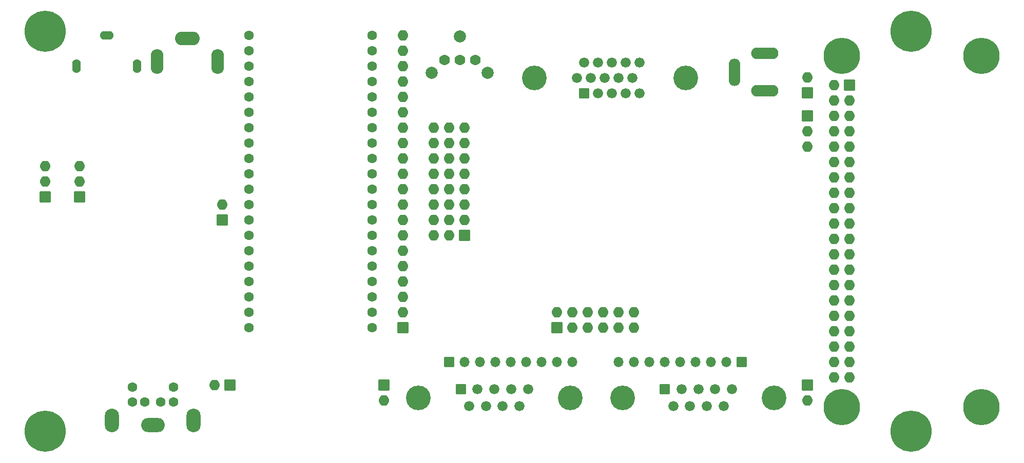
<source format=gbs>
G04 #@! TF.GenerationSoftware,KiCad,Pcbnew,6.0.10-86aedd382b~118~ubuntu18.04.1*
G04 #@! TF.CreationDate,2025-05-01T16:39:22+01:00*
G04 #@! TF.ProjectId,tangnano20k_dock,74616e67-6e61-46e6-9f32-306b5f646f63,rev?*
G04 #@! TF.SameCoordinates,Original*
G04 #@! TF.FileFunction,Soldermask,Bot*
G04 #@! TF.FilePolarity,Negative*
%FSLAX46Y46*%
G04 Gerber Fmt 4.6, Leading zero omitted, Abs format (unit mm)*
G04 Created by KiCad (PCBNEW 6.0.10-86aedd382b~118~ubuntu18.04.1) date 2025-05-01 16:39:22*
%MOMM*%
%LPD*%
G01*
G04 APERTURE LIST*
G04 Aperture macros list*
%AMRoundRect*
0 Rectangle with rounded corners*
0 $1 Rounding radius*
0 $2 $3 $4 $5 $6 $7 $8 $9 X,Y pos of 4 corners*
0 Add a 4 corners polygon primitive as box body*
4,1,4,$2,$3,$4,$5,$6,$7,$8,$9,$2,$3,0*
0 Add four circle primitives for the rounded corners*
1,1,$1+$1,$2,$3*
1,1,$1+$1,$4,$5*
1,1,$1+$1,$6,$7*
1,1,$1+$1,$8,$9*
0 Add four rect primitives between the rounded corners*
20,1,$1+$1,$2,$3,$4,$5,0*
20,1,$1+$1,$4,$5,$6,$7,0*
20,1,$1+$1,$6,$7,$8,$9,0*
20,1,$1+$1,$8,$9,$2,$3,0*%
G04 Aperture macros list end*
%ADD10O,1.426000X2.276000*%
%ADD11O,2.276000X1.426000*%
%ADD12RoundRect,0.038000X-0.850000X-0.850000X0.850000X-0.850000X0.850000X0.850000X-0.850000X0.850000X0*%
%ADD13O,1.776000X1.776000*%
%ADD14RoundRect,0.038000X0.850000X0.850000X-0.850000X0.850000X-0.850000X-0.850000X0.850000X-0.850000X0*%
%ADD15C,4.076000*%
%ADD16RoundRect,0.038000X-0.800000X-0.800000X0.800000X-0.800000X0.800000X0.800000X-0.800000X0.800000X0*%
%ADD17C,1.676000*%
%ADD18C,2.000000*%
%ADD19C,1.776000*%
%ADD20C,6.800000*%
%ADD21C,6.000000*%
%ADD22RoundRect,0.952000X1.300000X0.000000X-1.300000X0.000000X-1.300000X0.000000X1.300000X0.000000X0*%
%ADD23RoundRect,0.952000X0.000000X1.300000X0.000000X-1.300000X0.000000X-1.300000X0.000000X1.300000X0*%
%ADD24RoundRect,0.952000X-1.300000X0.000000X1.300000X0.000000X1.300000X0.000000X-1.300000X0.000000X0*%
%ADD25O,1.676000X1.676000*%
%ADD26RoundRect,0.038000X-0.850000X0.850000X-0.850000X-0.850000X0.850000X-0.850000X0.850000X0.850000X0*%
%ADD27RoundRect,0.038000X0.850000X-0.850000X0.850000X0.850000X-0.850000X0.850000X-0.850000X-0.850000X0*%
%ADD28C,1.600000*%
%ADD29RoundRect,0.038000X0.800000X0.800000X-0.800000X0.800000X-0.800000X-0.800000X0.800000X-0.800000X0*%
%ADD30O,2.076000X4.076000*%
%ADD31O,4.076000X2.276000*%
%ADD32O,2.362000X3.900000*%
%ADD33O,3.900000X2.362000*%
G04 APERTURE END LIST*
D10*
X91995000Y-59025000D03*
D11*
X86995000Y-54025000D03*
D10*
X81995000Y-59025000D03*
D12*
X132715000Y-111755000D03*
D13*
X132715000Y-114295000D03*
D14*
X82550000Y-80640000D03*
D13*
X82550000Y-78100000D03*
X82550000Y-75560000D03*
D15*
X197110000Y-113815000D03*
X172110000Y-113815000D03*
D16*
X179070000Y-112395000D03*
D17*
X181840000Y-112395000D03*
X184610000Y-112395000D03*
X187380000Y-112395000D03*
X190150000Y-112395000D03*
X180455000Y-115235000D03*
X183225000Y-115235000D03*
X185995000Y-115235000D03*
X188765000Y-115235000D03*
D12*
X202565000Y-111755000D03*
D13*
X202565000Y-114295000D03*
D18*
X140660000Y-60125000D03*
X149860000Y-60125000D03*
X145260000Y-54125000D03*
D19*
X142720000Y-58025000D03*
X145260000Y-58025000D03*
X147800000Y-58025000D03*
D20*
X219710000Y-119375000D03*
D21*
X231280000Y-115355000D03*
X208280000Y-57355000D03*
X208280000Y-115355000D03*
X231280000Y-57355000D03*
D12*
X209550000Y-62225000D03*
D13*
X207010000Y-62225000D03*
X209550000Y-64765000D03*
X207010000Y-64765000D03*
X209550000Y-67305000D03*
X207010000Y-67305000D03*
X209550000Y-69845000D03*
X207010000Y-69845000D03*
X209550000Y-72385000D03*
X207010000Y-72385000D03*
X209550000Y-74925000D03*
X207010000Y-74925000D03*
X209550000Y-77465000D03*
X207010000Y-77465000D03*
X209550000Y-80005000D03*
X207010000Y-80005000D03*
X209550000Y-82545000D03*
X207010000Y-82545000D03*
X209550000Y-85085000D03*
X207010000Y-85085000D03*
X209550000Y-87625000D03*
X207010000Y-87625000D03*
X209550000Y-90165000D03*
X207010000Y-90165000D03*
X209550000Y-92705000D03*
X207010000Y-92705000D03*
X209550000Y-95245000D03*
X207010000Y-95245000D03*
X209550000Y-97785000D03*
X207010000Y-97785000D03*
X209550000Y-100325000D03*
X207010000Y-100325000D03*
X209550000Y-102865000D03*
X207010000Y-102865000D03*
X209550000Y-105405000D03*
X207010000Y-105405000D03*
X209550000Y-107945000D03*
X207010000Y-107945000D03*
X209550000Y-110485000D03*
X207010000Y-110485000D03*
D15*
X163455000Y-113810000D03*
X138455000Y-113810000D03*
D16*
X145415000Y-112390000D03*
D17*
X148185000Y-112390000D03*
X150955000Y-112390000D03*
X153725000Y-112390000D03*
X156495000Y-112390000D03*
X146800000Y-115230000D03*
X149570000Y-115230000D03*
X152340000Y-115230000D03*
X155110000Y-115230000D03*
D14*
X106045000Y-84450000D03*
D13*
X106045000Y-81910000D03*
D22*
X195580000Y-63160000D03*
D23*
X190580000Y-60060000D03*
D24*
X195580000Y-56960000D03*
D14*
X202565000Y-63495000D03*
D13*
X202565000Y-60955000D03*
D12*
X202565000Y-67305000D03*
D13*
X202565000Y-69845000D03*
X202565000Y-72385000D03*
D16*
X143510000Y-107950000D03*
D25*
X146050000Y-107950000D03*
X148590000Y-107950000D03*
X151130000Y-107950000D03*
X153670000Y-107950000D03*
X156210000Y-107950000D03*
X158750000Y-107950000D03*
X161290000Y-107950000D03*
X163830000Y-107950000D03*
D26*
X107315000Y-111760000D03*
D13*
X104775000Y-111760000D03*
D27*
X161290000Y-102235000D03*
D13*
X161290000Y-99695000D03*
X163830000Y-102235000D03*
X163830000Y-99695000D03*
X166370000Y-102235000D03*
X166370000Y-99695000D03*
X168910000Y-102235000D03*
X168910000Y-99695000D03*
X171450000Y-102235000D03*
X171450000Y-99695000D03*
X173990000Y-102235000D03*
X173990000Y-99695000D03*
D20*
X76835000Y-53335000D03*
D28*
X130810000Y-102235000D03*
X130810000Y-99695000D03*
X130810000Y-97155000D03*
X130810000Y-94615000D03*
X130810000Y-92075000D03*
X130810000Y-89535000D03*
X130810000Y-86995000D03*
X130810000Y-84455000D03*
X130810000Y-81915000D03*
X130810000Y-79375000D03*
X130810000Y-76835000D03*
X130810000Y-74295000D03*
X130810000Y-71755000D03*
X130810000Y-69215000D03*
X130810000Y-66675000D03*
X130810000Y-64135000D03*
X130810000Y-61595000D03*
X130810000Y-59055000D03*
X130810000Y-56515000D03*
X130810000Y-53975000D03*
X110490000Y-53975000D03*
X110490000Y-56515000D03*
X110490000Y-59055000D03*
X110490000Y-61595000D03*
X110490000Y-64135000D03*
X110490000Y-66675000D03*
X110490000Y-69215000D03*
X110490000Y-71755000D03*
X110490000Y-74295000D03*
X110490000Y-76835000D03*
X110490000Y-79375000D03*
X110490000Y-81915000D03*
X110490000Y-84455000D03*
X110490000Y-86995000D03*
X110490000Y-89535000D03*
X110490000Y-92075000D03*
X110490000Y-94615000D03*
X110490000Y-97155000D03*
X110490000Y-99695000D03*
X110490000Y-102235000D03*
D15*
X182550000Y-61010000D03*
X157550000Y-61010000D03*
D29*
X165735000Y-63550000D03*
D17*
X168025000Y-63550000D03*
X170315000Y-63550000D03*
X172605000Y-63550000D03*
X174895000Y-63550000D03*
X164590000Y-61010000D03*
X166880000Y-61010000D03*
X169170000Y-61010000D03*
X171460000Y-61010000D03*
X173750000Y-61010000D03*
X165735000Y-58470000D03*
X168025000Y-58470000D03*
X170315000Y-58470000D03*
X172605000Y-58470000D03*
X174895000Y-58470000D03*
D14*
X76835000Y-80645000D03*
D13*
X76835000Y-78105000D03*
X76835000Y-75565000D03*
D30*
X95330000Y-58325000D03*
X105330000Y-58325000D03*
D31*
X100330000Y-54525000D03*
D20*
X76835000Y-119375000D03*
D29*
X191785000Y-107950000D03*
D25*
X189245000Y-107950000D03*
X186705000Y-107950000D03*
X184165000Y-107950000D03*
X181625000Y-107950000D03*
X179085000Y-107950000D03*
X176545000Y-107950000D03*
X174005000Y-107950000D03*
X171465000Y-107950000D03*
D14*
X146050000Y-86990000D03*
D13*
X146050000Y-84450000D03*
X146050000Y-81910000D03*
X146050000Y-79370000D03*
X146050000Y-76830000D03*
X146050000Y-74290000D03*
X146050000Y-71750000D03*
X146050000Y-69210000D03*
X143510000Y-86990000D03*
X143510000Y-84450000D03*
X143510000Y-81910000D03*
X143510000Y-79370000D03*
X143510000Y-76830000D03*
X143510000Y-74290000D03*
X143510000Y-71750000D03*
X143510000Y-69210000D03*
X140970000Y-86990000D03*
X140970000Y-84450000D03*
X140970000Y-81910000D03*
X140970000Y-79370000D03*
X140970000Y-76830000D03*
X140970000Y-74290000D03*
X140970000Y-71750000D03*
X140970000Y-69210000D03*
D32*
X87865000Y-117549000D03*
X101365000Y-117549000D03*
D33*
X94615000Y-118349000D03*
D28*
X95915000Y-114549000D03*
X93315000Y-114549000D03*
X98015000Y-114549000D03*
X91215000Y-114549000D03*
X98015000Y-112049000D03*
X91215000Y-112049000D03*
D14*
X135890000Y-102230000D03*
D13*
X135890000Y-99690000D03*
X135890000Y-97150000D03*
X135890000Y-94610000D03*
X135890000Y-92070000D03*
X135890000Y-89530000D03*
X135890000Y-86990000D03*
X135890000Y-84450000D03*
X135890000Y-81910000D03*
X135890000Y-79370000D03*
X135890000Y-76830000D03*
X135890000Y-74290000D03*
X135890000Y-71750000D03*
X135890000Y-69210000D03*
X135890000Y-66670000D03*
X135890000Y-64130000D03*
X135890000Y-61590000D03*
X135890000Y-59050000D03*
X135890000Y-56510000D03*
X135890000Y-53970000D03*
D20*
X219710000Y-53335000D03*
M02*

</source>
